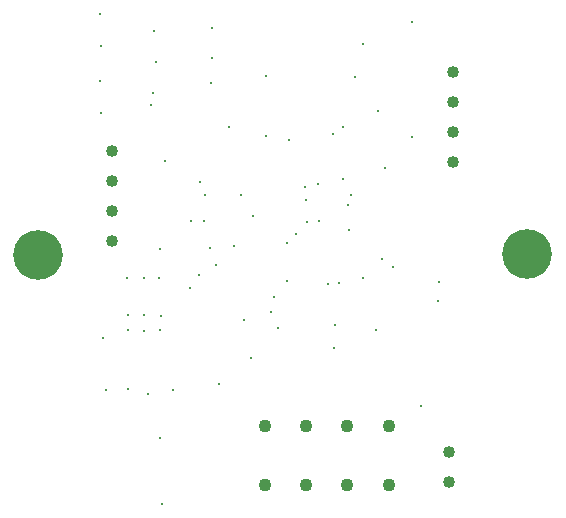
<source format=gbr>
%TF.GenerationSoftware,Altium Limited,Altium Designer,20.0.13 (296)*%
G04 Layer_Color=0*
%FSLAX25Y25*%
%MOIN*%
%TF.FileFunction,Plated,1,4,PTH,Drill*%
%TF.Part,Single*%
G01*
G75*
%TA.AperFunction,ComponentDrill*%
%ADD75C,0.04331*%
%ADD76C,0.04000*%
%ADD77C,0.16535*%
%TA.AperFunction,ViaDrill,NotFilled*%
%ADD78C,0.01181*%
D75*
X598453Y115033D02*
D03*
X584674D02*
D03*
X570894D02*
D03*
Y134718D02*
D03*
X584674D02*
D03*
X598453D02*
D03*
X612233D02*
D03*
Y115033D02*
D03*
D76*
X632500Y115961D02*
D03*
Y125961D02*
D03*
X520139Y226137D02*
D03*
Y206137D02*
D03*
Y196137D02*
D03*
Y216137D02*
D03*
X633638Y222554D02*
D03*
Y242554D02*
D03*
Y252554D02*
D03*
Y232554D02*
D03*
D77*
X495469Y191607D02*
D03*
X658523Y191869D02*
D03*
D78*
X598907Y199863D02*
D03*
X599549Y211605D02*
D03*
X598553Y208143D02*
D03*
X597000Y217000D02*
D03*
X578505Y182768D02*
D03*
X566257Y157135D02*
D03*
X575311Y167361D02*
D03*
X592000Y181833D02*
D03*
X595668Y182206D02*
D03*
X573895Y177609D02*
D03*
X567000Y204500D02*
D03*
X554583Y188124D02*
D03*
X560797Y194669D02*
D03*
X552779Y193870D02*
D03*
X573182Y172442D02*
D03*
X562999Y211675D02*
D03*
X550662Y202863D02*
D03*
X601079Y250744D02*
D03*
X611007Y220676D02*
D03*
X546345Y202849D02*
D03*
X550892Y211402D02*
D03*
X578500Y195500D02*
D03*
X581463Y198422D02*
D03*
X584621Y210018D02*
D03*
X610056Y190386D02*
D03*
X549389Y216043D02*
D03*
X589024Y202985D02*
D03*
X588617Y215207D02*
D03*
X584271Y214098D02*
D03*
X585000Y202500D02*
D03*
X536098Y166442D02*
D03*
X536243Y171330D02*
D03*
X549060Y184862D02*
D03*
X607977Y166718D02*
D03*
X571460Y251135D02*
D03*
X525488Y166720D02*
D03*
X530724Y166383D02*
D03*
X531900Y145297D02*
D03*
X559179Y234178D02*
D03*
X536610Y108608D02*
D03*
X517109Y163801D02*
D03*
X596928Y234133D02*
D03*
X545942Y180578D02*
D03*
X535868Y184012D02*
D03*
X530754D02*
D03*
X525020D02*
D03*
X540353Y146526D02*
D03*
X555546Y148403D02*
D03*
X530822Y171539D02*
D03*
X525460Y171459D02*
D03*
X620022Y230882D02*
D03*
X533864Y245607D02*
D03*
X553138Y248837D02*
D03*
X553455Y257251D02*
D03*
X533209Y241490D02*
D03*
X534004Y266329D02*
D03*
X534770Y255897D02*
D03*
X594007Y160716D02*
D03*
X516063Y271997D02*
D03*
X516425Y261227D02*
D03*
X516031Y249464D02*
D03*
X516379Y238966D02*
D03*
X537640Y222783D02*
D03*
X608696Y239446D02*
D03*
X629082Y182595D02*
D03*
X628868Y176372D02*
D03*
X594271Y168156D02*
D03*
X525412Y146894D02*
D03*
X518172Y146559D02*
D03*
X571304Y231365D02*
D03*
X563949Y169868D02*
D03*
X593819Y231747D02*
D03*
X603826Y183794D02*
D03*
X613836Y187672D02*
D03*
X579195Y229878D02*
D03*
X536026Y193604D02*
D03*
X620128Y269240D02*
D03*
X603624Y261821D02*
D03*
X553488Y267336D02*
D03*
X622921Y141068D02*
D03*
X535945Y130725D02*
D03*
%TF.MD5,3b2fe9a7f5b96d811aec16943c2c2c53*%
M02*

</source>
